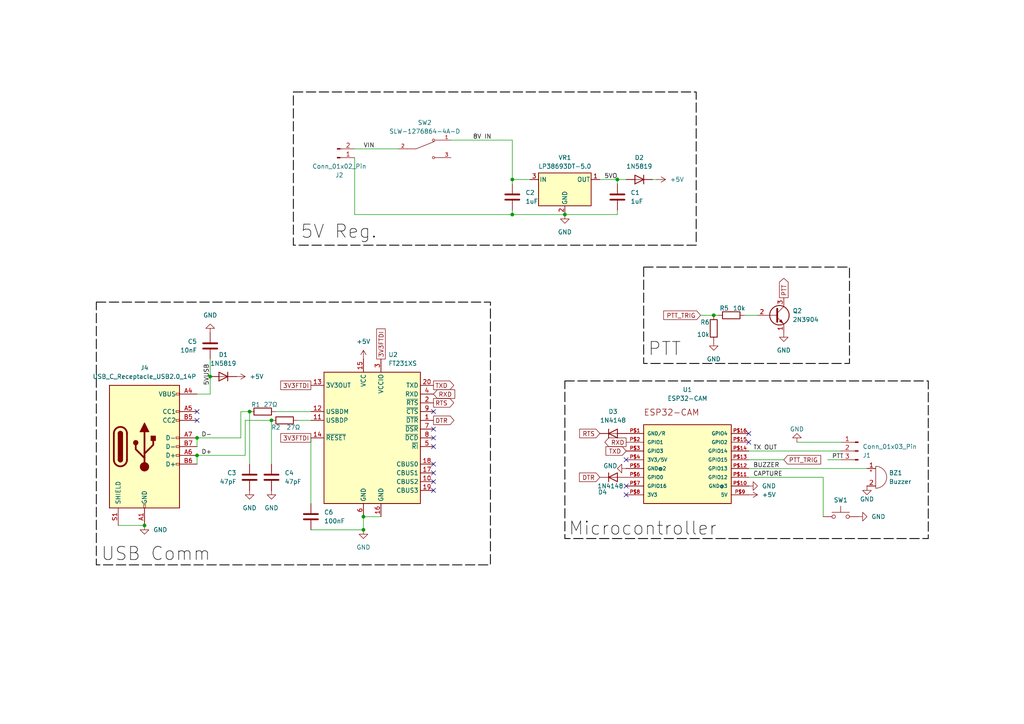
<source format=kicad_sch>
(kicad_sch (version 20250114) (generator "eeschema") (generator_version "9.0")
  (paper "A4")
  (title_block (title "SSTV Backpack") (date "2025-08-29") (rev "1.1"))
  (lib_symbols
    (symbol "Connector:Conn_01x02_Pin" (pin_names (offset 1.016) (hide yes))
      (property "Reference" "J" (at 0 2.54 0))
      (property "Value" "Conn_01x02_Pin" (at 0 -5.08 0))
      (symbol "Conn_01x02_Pin_1_1"
        (rectangle (start 0.8636 0.127) (end 0 -0.127) (stroke (width 0.1524)) (fill (type outline)))
        (rectangle (start 0.8636 -2.413) (end 0 -2.667) (stroke (width 0.1524)) (fill (type outline)))
        (polyline (pts (xy 1.27 0) (xy 0.8636 0)) (stroke (width 0.1524)))
        (polyline (pts (xy 1.27 -2.54) (xy 0.8636 -2.54)) (stroke (width 0.1524)))
        (pin passive line (at 5.08 0 180) (length 3.81) (name "Pin_1") (number "1"))
        (pin passive line (at 5.08 -2.54 180) (length 3.81) (name "Pin_2") (number "2"))
      )
    )
    (symbol "Connector:Conn_01x03_Pin" (pin_names (offset 1.016) (hide yes))
      (property "Reference" "J" (at 0 5.08 0))
      (property "Value" "Conn_01x03_Pin" (at 0 -5.08 0))
      (symbol "Conn_01x03_Pin_1_1"
        (rectangle (start 0.8636 2.667) (end 0 2.413) (stroke (width 0.1524)) (fill (type outline)))
        (rectangle (start 0.8636 0.127) (end 0 -0.127) (stroke (width 0.1524)) (fill (type outline)))
        (rectangle (start 0.8636 -2.413) (end 0 -2.667) (stroke (width 0.1524)) (fill (type outline)))
        (polyline (pts (xy 1.27 2.54) (xy 0.8636 2.54)) (stroke (width 0.1524)))
        (polyline (pts (xy 1.27 0) (xy 0.8636 0)) (stroke (width 0.1524)))
        (polyline (pts (xy 1.27 -2.54) (xy 0.8636 -2.54)) (stroke (width 0.1524)))
        (pin passive line (at 5.08 2.54 180) (length 3.81) (name "Pin_1") (number "1"))
        (pin passive line (at 5.08 0 180) (length 3.81) (name "Pin_2") (number "2"))
        (pin passive line (at 5.08 -2.54 180) (length 3.81) (name "Pin_3") (number "3"))
      )
    )
    (symbol "Connector:USB_C_Receptacle_USB2.0_14P" (pin_names (offset 1.016))
      (property "Reference" "J" (at 0 22.225 0))
      (property "Value" "USB_C_Receptacle_USB2.0_14P" (at 0 19.685 0))
      (symbol "USB_C_Receptacle_USB2.0_14P_0_0"
        (rectangle (start -0.254 -17.78) (end 0.254 -16.764))
        (rectangle (start 10.16 15.494) (end 9.144 14.986))
        (rectangle (start 10.16 10.414) (end 9.144 9.906))
        (rectangle (start 10.16 7.874) (end 9.144 7.366))
        (rectangle (start 10.16 2.794) (end 9.144 2.286))
        (rectangle (start 10.16 0.254) (end 9.144 -0.254))
        (rectangle (start 10.16 -2.286) (end 9.144 -2.794))
        (rectangle (start 10.16 -4.826) (end 9.144 -5.334))
      )
      (symbol "USB_C_Receptacle_USB2.0_14P_0_1"
        (rectangle (start -10.16 17.78) (end 10.16 -17.78) (stroke (width 0.254)) (fill (type background)))
        (polyline (pts (xy -8.89 -3.81) (xy -8.89 3.81)) (stroke (width 0.508)))
        (rectangle (start -7.62 -3.81) (end -6.35 3.81) (stroke (width 0.254)) (fill (type outline)))
        (arc (start -7.62 3.81) (mid -6.985 4.4423) (end -6.35 3.81) (stroke (width 0.254)))
        (arc (start -7.62 3.81) (mid -6.985 4.4423) (end -6.35 3.81) (stroke (width 0.254)) (fill (type outline)))
        (arc (start -8.89 3.81) (mid -6.985 5.7067) (end -5.08 3.81) (stroke (width 0.508)))
        (arc (start -5.08 -3.81) (mid -6.985 -5.7067) (end -8.89 -3.81) (stroke (width 0.508)))
        (arc (start -6.35 -3.81) (mid -6.985 -4.4423) (end -7.62 -3.81) (stroke (width 0.254)))
        (arc (start -6.35 -3.81) (mid -6.985 -4.4423) (end -7.62 -3.81) (stroke (width 0.254)) (fill (type outline)))
        (polyline (pts (xy -5.08 3.81) (xy -5.08 -3.81)) (stroke (width 0.508)))
        (circle (center -2.54 1.143) (radius 0.635) (stroke (width 0.254)) (fill (type outline)))
        (polyline (pts (xy -1.27 4.318) (xy 0 6.858) (xy 1.27 4.318) (xy -1.27 4.318)) (stroke (width 0.254)) (fill (type outline)))
        (polyline (pts (xy 0 -2.032) (xy 2.54 0.508) (xy 2.54 1.778)) (stroke (width 0.508)))
        (polyline (pts (xy 0 -3.302) (xy -2.54 -0.762) (xy -2.54 0.508)) (stroke (width 0.508)))
        (polyline (pts (xy 0 -5.842) (xy 0 4.318)) (stroke (width 0.508)))
        (circle (center 0 -5.842) (radius 1.27) (fill (type outline)))
        (rectangle (start 1.905 1.778) (end 3.175 3.048) (stroke (width 0.254)) (fill (type outline)))
      )
      (symbol "USB_C_Receptacle_USB2.0_14P_1_1"
        (pin passive line (at -7.62 -22.86 90) (length 5.08) (name "SHIELD") (number "S1"))
        (pin passive line (at 0 -22.86 90) (length 5.08) (name "GND") (number "A1"))
        (pin passive line (at 0 -22.86 90) (length 5.08) (hide yes) (name "GND") (number "A12"))
        (pin passive line (at 0 -22.86 90) (length 5.08) (hide yes) (name "GND") (number "B1"))
        (pin passive line (at 0 -22.86 90) (length 5.08) (hide yes) (name "GND") (number "B12"))
        (pin passive line (at 15.24 15.24 180) (length 5.08) (name "VBUS") (number "A4"))
        (pin passive line (at 15.24 15.24 180) (length 5.08) (hide yes) (name "VBUS") (number "A9"))
        (pin passive line (at 15.24 15.24 180) (length 5.08) (hide yes) (name "VBUS") (number "B4"))
        (pin passive line (at 15.24 15.24 180) (length 5.08) (hide yes) (name "VBUS") (number "B9"))
        (pin bidirectional line (at 15.24 10.16 180) (length 5.08) (name "CC1") (number "A5"))
        (pin bidirectional line (at 15.24 7.62 180) (length 5.08) (name "CC2") (number "B5"))
        (pin bidirectional line (at 15.24 2.54 180) (length 5.08) (name "D-") (number "A7"))
        (pin bidirectional line (at 15.24 0 180) (length 5.08) (name "D-") (number "B7"))
        (pin bidirectional line (at 15.24 -2.54 180) (length 5.08) (name "D+") (number "A6"))
        (pin bidirectional line (at 15.24 -5.08 180) (length 5.08) (name "D+") (number "B6"))
      )
    )
    (symbol "Device:Buzzer" (pin_names (offset 0.0254) (hide yes))
      (property "Reference" "BZ" (at 3.81 1.27 0))
      (property "Value" "Buzzer" (at 3.81 -1.27 0))
      (symbol "Buzzer_0_1"
        (polyline (pts (xy -1.651 1.905) (xy -1.143 1.905)))
        (polyline (pts (xy -1.397 2.159) (xy -1.397 1.651)))
        (arc (start 0 3.175) (mid 3.1612 0) (end 0 -3.175))
        (polyline (pts (xy 0 3.175) (xy 0 -3.175)))
      )
      (symbol "Buzzer_1_1"
        (pin passive line (at -2.54 2.54 0) (length 2.54) (name "+") (number "1"))
        (pin passive line (at -2.54 -2.54 0) (length 2.54) (name "-") (number "2"))
      )
    )
    (symbol "Device:C" (pin_numbers (hide yes)) (pin_names (offset 0.254))
      (property "Reference" "C" (at 0.635 2.54 0))
      (property "Value" "C" (at 0.635 -2.54 0))
      (symbol "C_0_1"
        (polyline (pts (xy -2.032 0.762) (xy 2.032 0.762)) (stroke (width 0.508)))
        (polyline (pts (xy -2.032 -0.762) (xy 2.032 -0.762)) (stroke (width 0.508)))
      )
      (symbol "C_1_1"
        (pin passive line (at 0 3.81 270) (length 2.794) (name "~") (number "1"))
        (pin passive line (at 0 -3.81 90) (length 2.794) (name "~") (number "2"))
      )
    )
    (symbol "Device:D" (pin_numbers (hide yes)) (pin_names (offset 1.016) (hide yes))
      (property "Reference" "D" (at 0 2.54 0))
      (property "Value" "D" (at 0 -2.54 0))
      (symbol "D_0_1"
        (polyline (pts (xy -1.27 1.27) (xy -1.27 -1.27)) (stroke (width 0.254)))
        (polyline (pts (xy 1.27 1.27) (xy 1.27 -1.27) (xy -1.27 0) (xy 1.27 1.27)) (stroke (width 0.254)))
        (polyline (pts (xy 1.27 0) (xy -1.27 0)))
      )
      (symbol "D_1_1"
        (pin passive line (at -3.81 0 0) (length 2.54) (name "K") (number "1"))
        (pin passive line (at 3.81 0 180) (length 2.54) (name "A") (number "2"))
      )
    )
    (symbol "Device:R" (pin_numbers (hide yes)) (pin_names (offset 0))
      (property "Reference" "R" (at 2.032 0 90))
      (property "Value" "R" (at 0 0 90))
      (symbol "R_0_1"
        (rectangle (start -1.016 -2.54) (end 1.016 2.54) (stroke (width 0.254)))
      )
      (symbol "R_1_1"
        (pin passive line (at 0 3.81 270) (length 1.27) (name "~") (number "1"))
        (pin passive line (at 0 -3.81 90) (length 1.27) (name "~") (number "2"))
      )
    )
    (symbol "ESP32-CAM:ESP32-CAM" (pin_names (offset 1.016))
      (property "Reference" "U1" (at 0 22.86 0))
      (property "Value" "ESP32-CAM" (at 0 20.32 0))
      (symbol "ESP32-CAM_0_0"
        (rectangle (start -12.7 -10.16) (end 12.7 12.7) (stroke (width 0.254)) (fill (type background)))
        (text "ESP32-CAM" (at -12.7 15.24 0) (effects (font (size 1.778 1.778)) (justify left bottom)))
        (pin bidirectional line (at -17.78 7.62 0) (length 5.08) (name "GPIO1") (number "P$2"))
        (pin bidirectional line (at -17.78 5.08 0) (length 5.08) (name "GPIO3") (number "P$3"))
        (pin bidirectional line (at -17.78 2.54 0) (length 5.08) (name "3V3/5V") (number "P$4"))
        (pin bidirectional line (at -17.78 0 0) (length 5.08) (name "GND@2") (number "P$5"))
        (pin bidirectional line (at -17.78 -2.54 0) (length 5.08) (name "GPIO0") (number "P$6"))
        (pin bidirectional line (at -17.78 -5.08 0) (length 5.08) (name "GPIO16") (number "P$7"))
        (pin bidirectional line (at -17.78 -7.62 0) (length 5.08) (name "3V3") (number "P$8"))
        (pin bidirectional line (at 17.78 10.16 180) (length 5.08) (name "GPIO4") (number "P$16"))
        (pin bidirectional line (at 17.78 7.62 180) (length 5.08) (name "GPIO2") (number "P$15"))
        (pin bidirectional line (at 17.78 5.08 180) (length 5.08) (name "GPIO14") (number "P$14"))
        (pin bidirectional line (at 17.78 2.54 180) (length 5.08) (name "GPIO15") (number "P$13"))
        (pin bidirectional line (at 17.78 0 180) (length 5.08) (name "GPIO13") (number "P$12"))
        (pin bidirectional line (at 17.78 -2.54 180) (length 5.08) (name "GPIO12") (number "P$11"))
        (pin bidirectional line (at 17.78 -5.08 180) (length 5.08) (name "GND@3") (number "P$10"))
        (pin bidirectional line (at 17.78 -7.62 180) (length 5.08) (name "5V") (number "P$9"))
      )
      (symbol "ESP32-CAM_1_0"
        (pin bidirectional line (at -17.78 10.16 0) (length 5.08) (name "GND/R") (number "P$1"))
      )
    )
    (symbol "Interface_USB:FT231XS"
      (property "Reference" "U" (at -13.97 20.32 0))
      (property "Value" "FT231XS" (at 7.62 20.32 0))
      (symbol "FT231XS_0_1"
        (rectangle (start -13.97 19.05) (end 13.97 -19.05) (stroke (width 0.254)) (fill (type background)))
      )
      (symbol "FT231XS_1_1"
        (pin power_out line (at -17.78 15.24 0) (length 3.81) (name "3V3OUT") (number "13"))
        (pin bidirectional line (at -17.78 7.62 0) (length 3.81) (name "USBDM") (number "12"))
        (pin bidirectional line (at -17.78 5.08 0) (length 3.81) (name "USBDP") (number "11"))
        (pin input line (at -17.78 0 0) (length 3.81) (name "~{RESET}") (number "14"))
        (pin power_in line (at -2.54 22.86 270) (length 3.81) (name "VCC") (number "15"))
        (pin power_in line (at -2.54 -22.86 90) (length 3.81) (name "GND") (number "6"))
        (pin power_in line (at 2.54 22.86 270) (length 3.81) (name "VCCIO") (number "3"))
        (pin power_in line (at 2.54 -22.86 90) (length 3.81) (name "GND") (number "16"))
        (pin output line (at 17.78 15.24 180) (length 3.81) (name "TXD") (number "20"))
        (pin input line (at 17.78 12.7 180) (length 3.81) (name "RXD") (number "4"))
        (pin output line (at 17.78 10.16 180) (length 3.81) (name "~{RTS}") (number "2"))
        (pin input line (at 17.78 7.62 180) (length 3.81) (name "~{CTS}") (number "9"))
        (pin output line (at 17.78 5.08 180) (length 3.81) (name "~{DTR}") (number "1"))
        (pin input line (at 17.78 2.54 180) (length 3.81) (name "~{DSR}") (number "7"))
        (pin input line (at 17.78 0 180) (length 3.81) (name "~{DCD}") (number "8"))
        (pin input line (at 17.78 -2.54 180) (length 3.81) (name "~{RI}") (number "5"))
        (pin bidirectional line (at 17.78 -7.62 180) (length 3.81) (name "CBUS0") (number "18"))
        (pin bidirectional line (at 17.78 -10.16 180) (length 3.81) (name "CBUS1") (number "17"))
        (pin bidirectional line (at 17.78 -12.7 180) (length 3.81) (name "CBUS2") (number "10"))
        (pin bidirectional line (at 17.78 -15.24 180) (length 3.81) (name "CBUS3") (number "19"))
      )
    )
    (symbol "Regulator_Linear:LP38693DT-5.0" (pin_names (offset 0.254))
      (property "Reference" "U" (at -6.35 5.715 0))
      (property "Value" "LP38693DT-5.0" (at 0 5.715 0))
      (symbol "LP38693DT-5.0_0_1"
        (rectangle (start -7.62 -5.08) (end 7.62 4.445) (stroke (width 0.254)) (fill (type background)))
      )
      (symbol "LP38693DT-5.0_1_1"
        (pin power_in line (at -10.16 2.54 0) (length 2.54) (name "IN") (number "3"))
        (pin power_in line (at 0 -7.62 90) (length 2.54) (name "GND") (number "2"))
        (pin power_out line (at 10.16 2.54 180) (length 2.54) (name "OUT") (number "1"))
      )
    )
    (symbol "Switch:SW_Push" (pin_numbers (hide yes)) (pin_names (offset 1.016) (hide yes))
      (property "Reference" "SW" (at 1.27 2.54 0))
      (property "Value" "SW_Push" (at 0 -1.524 0))
      (symbol "SW_Push_0_1"
        (circle (center -2.032 0) (radius 0.508))
        (polyline (pts (xy 0 1.27) (xy 0 3.048)))
        (circle (center 2.032 0) (radius 0.508))
        (polyline (pts (xy 2.54 1.27) (xy -2.54 1.27)))
        (pin passive line (at -5.08 0 0) (length 2.54) (name "1") (number "1"))
        (pin passive line (at 5.08 0 180) (length 2.54) (name "2") (number "2"))
      )
    )
    (symbol "SwitchSPDT:SLW-1276864-4A-D" (pin_names (offset 1.016))
      (property "Reference" "S" (at -2.54 5.08 0))
      (property "Value" "SLW-1276864-4A-D" (at -2.54 -5.08 0))
      (symbol "SLW-1276864-4A-D_0_0"
        (polyline (pts (xy -2.54 0) (xy -5.08 0)) (stroke (width 0.1524)))
        (polyline (pts (xy -2.54 0) (xy 2.794 2.1336)) (stroke (width 0.1524)))
        (circle (center 2.54 2.54) (radius 0.3302) (stroke (width 0.1524)))
        (circle (center 2.54 -2.54) (radius 0.3302) (stroke (width 0.1524)))
        (polyline (pts (xy 5.08 2.54) (xy 2.921 2.54)) (stroke (width 0.1524)))
        (polyline (pts (xy 5.08 -2.54) (xy 2.921 -2.54)) (stroke (width 0.1524)))
        (pin passive line (at -7.62 0 0) (length 2.54) (name "~") (number "2"))
        (pin passive line (at 7.62 2.54 180) (length 2.54) (name "~") (number "1"))
        (pin passive line (at 7.62 -2.54 180) (length 2.54) (name "~") (number "3"))
      )
    )
    (symbol "Transistor_BJT:2N3904" (pin_names (offset 0) (hide yes))
      (property "Reference" "Q" (at 5.08 1.905 0))
      (property "Value" "2N3904" (at 5.08 0 0))
      (symbol "2N3904_0_1"
        (polyline (pts (xy -2.54 0) (xy 0.635 0)))
        (polyline (pts (xy 0.635 1.905) (xy 0.635 -1.905)) (stroke (width 0.508)))
        (circle (center 1.27 0) (radius 2.8194) (stroke (width 0.254)))
      )
      (symbol "2N3904_1_1"
        (polyline (pts (xy 0.635 0.635) (xy 2.54 2.54)))
        (polyline (pts (xy 0.635 -0.635) (xy 2.54 -2.54)))
        (polyline (pts (xy 1.27 -1.778) (xy 1.778 -1.27) (xy 2.286 -2.286) (xy 1.27 -1.778)) (fill (type outline)))
        (pin input line (at -5.08 0 0) (length 2.54) (name "B") (number "2"))
        (pin passive line (at 2.54 5.08 270) (length 2.54) (name "C") (number "3"))
        (pin passive line (at 2.54 -5.08 90) (length 2.54) (name "E") (number "1"))
      )
    )
    (symbol "power:+5V" (power) (pin_numbers (hide yes)) (pin_names (offset 0) (hide yes))
      (property "Value" "+5V" (at 0 3.556 0))
      (symbol "+5V_0_1"
        (polyline (pts (xy -0.762 1.27) (xy 0 2.54)))
        (polyline (pts (xy 0 2.54) (xy 0.762 1.27)))
        (polyline (pts (xy 0 0) (xy 0 2.54)))
      )
      (symbol "+5V_1_1"
        (pin power_in line (at 0 0 90) (length 0) (name "~") (number "1"))
      )
    )
    (symbol "power:GND" (power) (pin_numbers (hide yes)) (pin_names (offset 0) (hide yes))
      (property "Value" "GND" (at 0 -3.81 0))
      (symbol "GND_0_1"
        (polyline (pts (xy 0 0) (xy 0 -1.27) (xy 1.27 -1.27) (xy 0 -2.54) (xy -1.27 -1.27) (xy 0 -1.27)))
      )
      (symbol "GND_1_1"
        (pin power_in line (at 0 0 270) (length 0) (name "~") (number "1"))
      )
    )
  )
  (rectangle (start 163.83 110.49) (end 269.24 156.21) (stroke (width 0.25) (type dash) (color 0 0 0 1)))
  (rectangle (start 85.09 26.67) (end 201.93 71.12) (stroke (width 0.25) (type dash) (color 0 0 0 1)))
  (rectangle (start 27.94 87.63) (end 142.24 163.83) (stroke (width 0.25) (type dash) (color 0 0 0 1)))
  (rectangle (start 186.69 77.47) (end 246.38 105.41) (stroke (width 0.25) (type dash) (color 0 0 0 1)))
  (text "5V Reg." (at 98.298 67.31 0) (effects (font (size 3.81 3.81))))
  (text "Microcontroller" (at 186.436 153.416 0) (effects (font (size 3.81 3.81))))
  (text "USB Comm" (at 45.212 160.782 0) (effects (font (size 3.81 3.81))))
  (text "PTT" (at 192.786 101.346 0) (effects (font (size 3.81 3.81))))
  (junction (at 163.83 62.23))
  (junction (at 148.59 62.23))
  (junction (at 78.74 121.92))
  (junction (at 72.39 119.38))
  (junction (at 60.96 109.22))
  (junction (at 207.01 91.44))
  (junction (at 179.07 52.07))
  (junction (at 148.59 52.07))
  (junction (at 57.15 132.08))
  (junction (at 105.41 149.86))
  (junction (at 41.91 152.4))
  (junction (at 105.41 153.67))
  (junction (at 57.15 127))
  (no_connect (at 181.61 140.97))
  (no_connect (at 181.61 133.35))
  (no_connect (at 57.15 119.38))
  (no_connect (at 125.73 134.62))
  (no_connect (at 217.17 128.27))
  (no_connect (at 125.73 127))
  (no_connect (at 125.73 119.38))
  (no_connect (at 181.61 143.51))
  (no_connect (at 125.73 124.46))
  (no_connect (at 57.15 121.92))
  (no_connect (at 217.17 125.73))
  (no_connect (at 125.73 129.54))
  (no_connect (at 125.73 142.24))
  (no_connect (at 125.73 137.16))
  (no_connect (at 125.73 139.7))
  (wire (pts (xy 207.01 91.44) (xy 208.28 91.44)))
  (wire (pts (xy 69.85 119.38) (xy 72.39 119.38)))
  (wire (pts (xy 57.15 127) (xy 69.85 127)))
  (wire (pts (xy 179.07 60.96) (xy 179.07 62.23)))
  (wire (pts (xy 102.87 45.72) (xy 102.87 62.23)))
  (wire (pts (xy 60.96 104.14) (xy 60.96 109.22)))
  (wire (pts (xy 203.2 91.44) (xy 207.01 91.44)))
  (wire (pts (xy 148.59 60.96) (xy 148.59 62.23)))
  (wire (pts (xy 148.59 53.34) (xy 148.59 52.07)))
  (wire (pts (xy 71.12 132.08) (xy 71.12 121.92)))
  (wire (pts (xy 240.03 133.35) (xy 243.84 133.35)))
  (wire (pts (xy 102.87 43.18) (xy 115.57 43.18)))
  (wire (pts (xy 86.36 121.92) (xy 90.17 121.92)))
  (wire (pts (xy 163.83 62.23) (xy 179.07 62.23)))
  (wire (pts (xy 179.07 52.07) (xy 179.07 53.34)))
  (wire (pts (xy 69.85 119.38) (xy 69.85 127)))
  (wire (pts (xy 34.29 152.4) (xy 41.91 152.4)))
  (wire (pts (xy 238.76 138.43) (xy 238.76 149.86)))
  (wire (pts (xy 90.17 146.05) (xy 90.17 127)))
  (wire (pts (xy 148.59 62.23) (xy 163.83 62.23)))
  (wire (pts (xy 57.15 127) (xy 57.15 129.54)))
  (wire (pts (xy 130.81 40.64) (xy 148.59 40.64)))
  (wire (pts (xy 105.41 149.86) (xy 110.49 149.86)))
  (wire (pts (xy 60.96 109.22) (xy 60.96 114.3)))
  (wire (pts (xy 102.87 62.23) (xy 148.59 62.23)))
  (wire (pts (xy 78.74 121.92) (xy 78.74 134.62)))
  (wire (pts (xy 72.39 119.38) (xy 72.39 134.62)))
  (wire (pts (xy 90.17 153.67) (xy 105.41 153.67)))
  (wire (pts (xy 181.61 52.07) (xy 179.07 52.07)))
  (wire (pts (xy 243.84 128.27) (xy 231.14 128.27)))
  (wire (pts (xy 105.41 153.67) (xy 105.41 149.86)))
  (wire (pts (xy 215.9 91.44) (xy 219.71 91.44)))
  (wire (pts (xy 217.17 133.35) (xy 227.33 133.35)))
  (wire (pts (xy 217.17 138.43) (xy 238.76 138.43)))
  (wire (pts (xy 57.15 132.08) (xy 71.12 132.08)))
  (wire (pts (xy 80.01 119.38) (xy 90.17 119.38)))
  (wire (pts (xy 57.15 114.3) (xy 60.96 114.3)))
  (wire (pts (xy 217.17 130.81) (xy 243.84 130.81)))
  (wire (pts (xy 217.17 135.89) (xy 251.46 135.89)))
  (wire (pts (xy 173.99 52.07) (xy 179.07 52.07)))
  (wire (pts (xy 190.5 52.07) (xy 189.23 52.07)))
  (wire (pts (xy 148.59 52.07) (xy 153.67 52.07)))
  (wire (pts (xy 57.15 132.08) (xy 57.15 134.62)))
  (wire (pts (xy 148.59 40.64) (xy 148.59 52.07)))
  (wire (pts (xy 71.12 121.92) (xy 78.74 121.92)))
  (label "VIN" (at 105.41 43.18 0))
  (label "BUZZER" (at 218.44 135.89 0))
  (label "CAPTURE" (at 218.44 138.43 0))
  (label "5VO" (at 175.26 52.07 0))
  (label "PTT" (at 241.3 133.35 0))
  (label "8V IN" (at 137.16 40.64 0))
  (label "D-" (at 58.42 127 0))
  (label "5VUSB" (at 60.96 111.76 90))
  (label "TX OUT" (at 218.44 130.81 0))
  (label "D+" (at 58.42 132.08 0))
  (global_label "TXD" (shape input) (at 181.61 130.81 180) (property "Intersheetrefs" "${INTERSHEET_REFS}" (effects (hide yes))))
  (global_label "RXD" (shape output) (at 181.61 128.27 180) (property "Intersheetrefs" "${INTERSHEET_REFS}" (effects (hide yes))))
  (global_label "RXD" (shape input) (at 125.73 114.3 0) (property "Intersheetrefs" "${INTERSHEET_REFS}" (effects (hide yes))))
  (global_label "3V3FTDI" (shape passive) (at 110.49 104.14 90) (property "Intersheetrefs" "${INTERSHEET_REFS}" (effects (hide yes))))
  (global_label "RTS" (shape input) (at 173.99 125.73 180) (property "Intersheetrefs" "${INTERSHEET_REFS}" (effects (hide yes))))
  (global_label "DTR" (shape output) (at 125.73 121.92 0) (property "Intersheetrefs" "${INTERSHEET_REFS}" (effects (hide yes))))
  (global_label "PTT_TRIG" (shape input) (at 203.2 91.44 180) (property "Intersheetrefs" "${INTERSHEET_REFS}" (effects (hide yes))))
  (global_label "3V3FTDI" (shape passive) (at 90.17 111.76 180) (property "Intersheetrefs" "${INTERSHEET_REFS}" (effects (hide yes))))
  (global_label "TXD" (shape output) (at 125.73 111.76 0) (property "Intersheetrefs" "${INTERSHEET_REFS}" (effects (hide yes))))
  (global_label "RTS" (shape output) (at 125.73 116.84 0) (property "Intersheetrefs" "${INTERSHEET_REFS}" (effects (hide yes))))
  (global_label "DTR" (shape input) (at 173.99 138.43 180) (property "Intersheetrefs" "${INTERSHEET_REFS}" (effects (hide yes))))
  (global_label "PTT" (shape output) (at 227.33 86.36 90) (property "Intersheetrefs" "${INTERSHEET_REFS}" (effects (hide yes))))
  (global_label "PTT_TRIG" (shape input) (at 227.33 133.35 0) (property "Intersheetrefs" "${INTERSHEET_REFS}" (effects (hide yes))))
  (global_label "3V3FTDI" (shape passive) (at 90.17 127 180) (property "Intersheetrefs" "${INTERSHEET_REFS}" (effects (hide yes))))
  (symbol (lib_id "power:GND") (at 227.33 96.52 0) (unit 1)
    (property "Reference" "#PWR07" (effects (hide yes)))
    (property "Value" "GND" (at 227.33 101.6 0))
    (property "Description" "Power symbol creates a global label with name \"GND\" , ground" (effects (hide yes)))
  )
  (symbol (lib_id "Device:C") (at 90.17 149.86 0) (unit 1)
    (property "Reference" "C6" (at 93.98 148.5899 0) (effects (justify left)))
    (property "Value" "100nF" (at 93.98 151.1299 0) (effects (justify left)))
    (property "Footprint" "Capacitor_THT:C_Disc_D4.7mm_W2.5mm_P5.00mm" (effects (hide yes)))
    (property "Description" "Unpolarized capacitor" (effects (hide yes)))
  )
  (symbol (lib_id "Device:C") (at 78.74 138.43 0) (unit 1)
    (property "Reference" "C4" (at 82.55 137.1599 0) (effects (justify left)))
    (property "Value" "47pF" (at 82.55 139.6999 0) (effects (justify left)))
    (property "Footprint" "Capacitor_THT:C_Disc_D4.7mm_W2.5mm_P5.00mm" (effects (hide yes)))
    (property "Description" "Unpolarized capacitor" (effects (hide yes)))
  )
  (symbol (lib_id "power:+5V") (at 217.17 143.51 270) (unit 1)
    (property "Reference" "#PWR03" (effects (hide yes)))
    (property "Value" "+5V" (at 220.98 143.5099 90) (effects (justify left)))
    (property "Description" "Power symbol creates a global label with name \"+5V\"" (effects (hide yes)))
  )
  (symbol (lib_id "SwitchSPDT:SLW-1276864-4A-D") (at 123.19 43.18 0) (unit 1)
    (property "Reference" "SW2" (at 123.19 35.56 0))
    (property "Value" "SLW-1276864-4A-D" (at 123.19 38.1 0))
    (property "Footprint" "SwitchSPDT:SW_SLW-1276864-4A-D" (effects (hide yes)))
    (property "PARTREV" "1.01" (effects (hide yes)))
    (property "STANDARD" "Manufacturer Recommendations" (effects (hide yes)))
    (property "MAXIMUM_PACKAGE_HEIGHT" "10.6mm" (effects (hide yes)))
    (property "MANUFACTURER" "Same Sky" (effects (hide yes)))
  )
  (symbol (lib_id "Regulator_Linear:LP38693DT-5.0") (at 163.83 54.61 0) (unit 1)
    (property "Reference" "VR1" (at 163.83 45.72 0))
    (property "Value" "LP38693DT-5.0" (at 163.83 48.26 0))
    (property "Footprint" "Package_TO_SOT_SMD:TO-252-2" (effects (hide yes)))
    (property "Datasheet" "https://www.ti.com/lit/ds/symlink/lp38693.pdf" (effects (hide yes)))
    (property "Description" "500-mA Low-Dropout CMOS Linear Regulators Stable With Ceramic Output Capacitors, 5.0V output voltage, TO-252" (effects (hide yes)))
  )
  (symbol (lib_id "Device:R") (at 82.55 121.92 90) (unit 1)
    (property "Reference" "R2" (at 80.01 123.952 90))
    (property "Value" "27Ω" (at 85.09 123.952 90))
    (property "Footprint" "Resistor_THT:R_Axial_DIN0207_L6.3mm_D2.5mm_P7.62mm_Horizontal" (effects (hide yes)))
    (property "Description" "Resistor" (effects (hide yes)))
  )
  (symbol (lib_id "power:GND") (at 72.39 142.24 0) (unit 1)
    (property "Reference" "#PWR017" (effects (hide yes)))
    (property "Value" "GND" (at 72.39 147.32 0))
    (property "Description" "Power symbol creates a global label with name \"GND\" , ground" (effects (hide yes)))
  )
  (symbol (lib_id "Device:R") (at 207.01 95.25 180) (unit 1)
    (property "Reference" "R6" (at 204.47 93.472 0))
    (property "Value" "10k" (at 203.962 97.028 0))
    (property "Footprint" "Resistor_THT:R_Axial_DIN0207_L6.3mm_D2.5mm_P7.62mm_Horizontal" (effects (hide yes)))
    (property "Description" "Resistor" (effects (hide yes)))
  )
  (symbol (lib_id "Device:C") (at 72.39 138.43 0) (mirror y) (unit 1)
    (property "Reference" "C3" (at 68.58 137.1599 0) (effects (justify left)))
    (property "Value" "47pF" (at 68.58 139.6999 0) (effects (justify left)))
    (property "Footprint" "Capacitor_THT:C_Disc_D4.7mm_W2.5mm_P5.00mm" (effects (hide yes)))
    (property "Description" "Unpolarized capacitor" (effects (hide yes)))
  )
  (symbol (lib_id "Interface_USB:FT231XS") (at 107.95 127 0) (unit 1)
    (property "Reference" "U2" (at 112.6333 102.87 0) (effects (justify left)))
    (property "Value" "FT231XS" (at 112.6333 105.41 0) (effects (justify left)))
    (property "Footprint" "Package_SO:SSOP-20_3.9x8.7mm_P0.635mm" (effects (hide yes)))
    (property "Datasheet" "https://www.ftdichip.com/Support/Documents/DataSheets/ICs/DS_FT231X.pdf" (effects (hide yes)))
    (property "Description" "Full Speed USB to Full Handshake UART, SSOP-20" (effects (hide yes)))
  )
  (symbol (lib_id "Connector:Conn_01x02_Pin") (at 97.79 45.72 0) (mirror x) (unit 1)
    (property "Reference" "J2" (at 98.425 50.8 0))
    (property "Value" "Conn_01x02_Pin" (at 98.425 48.26 0))
    (property "Footprint" "Connector_PinHeader_2.54mm:PinHeader_1x02_P2.54mm_Vertical" (effects (hide yes)))
    (property "Description" "Generic connector, single row, 01x02, script generated" (effects (hide yes)))
  )
  (symbol (lib_id "power:GND") (at 60.96 96.52 180) (unit 1)
    (property "Reference" "#PWR019" (effects (hide yes)))
    (property "Value" "GND" (at 60.96 91.44 0))
    (property "Description" "Power symbol creates a global label with name \"GND\" , ground" (effects (hide yes)))
  )
  (symbol (lib_id "ESP32-CAM:ESP32-CAM") (at 199.39 135.89 0) (unit 1)
    (property "Reference" "U1" (at 199.39 113.03 0))
    (property "Value" "ESP32-CAM" (at 199.39 115.57 0))
    (property "Footprint" "ESP32-CAM:ESP32-CAM" (effects (hide yes)))
    (property "MF" "AI-Thinker" (effects (hide yes)))
    (property "Description_1" "ESP32 ESP32 Transceiver; 802.11 a/b/g/n (Wi-Fi, WiFi, WLAN), Bluetooth® Smart 4.x Low Energy (BLE) Evaluation Board" (effects (hide yes)))
    (property "Package" "None" (effects (hide yes)))
    (property "Price" "None" (effects (hide yes)))
    (property "SnapEDA_Link" "https://www.snapeda.com/parts/ESP32-CAM/AI-Thinker/view-part/?ref=snap" (effects (hide yes)))
    (property "MP" "ESP32-CAM" (effects (hide yes)))
    (property "Availability" "Not in stock" (effects (hide yes)))
    (property "Check_prices" "https://www.snapeda.com/parts/ESP32-CAM/AI-Thinker/view-part/?ref=eda" (effects (hide yes)))
  )
  (symbol (lib_id "Device:D") (at 185.42 52.07 180) (unit 1)
    (property "Reference" "D2" (at 185.42 45.72 0))
    (property "Value" "1N5819" (at 185.42 48.26 0))
    (property "Footprint" "Diode_THT:D_DO-41_SOD81_P7.62mm_Horizontal" (effects (hide yes)))
    (property "Description" "Diode" (effects (hide yes)))
    (property "Sim.Device" "D" (effects (hide yes)))
    (property "Sim.Pins" "1=K 2=A" (effects (hide yes)))
  )
  (symbol (lib_id "Device:R") (at 212.09 91.44 90) (unit 1)
    (property "Reference" "R5" (at 210.058 89.408 90))
    (property "Value" "10k" (at 214.376 89.408 90))
    (property "Footprint" "Resistor_THT:R_Axial_DIN0207_L6.3mm_D2.5mm_P7.62mm_Horizontal" (effects (hide yes)))
    (property "Description" "Resistor" (effects (hide yes)))
  )
  (symbol (lib_id "power:GND") (at 181.61 135.89 270) (unit 1)
    (property "Reference" "#PWR06" (effects (hide yes)))
    (property "Value" "GND" (at 179.07 135.128 90) (effects (justify right)))
    (property "Description" "Power symbol creates a global label with name \"GND\" , ground" (effects (hide yes)))
  )
  (symbol (lib_id "power:GND") (at 163.83 62.23 0) (unit 1)
    (property "Reference" "#PWR01" (effects (hide yes)))
    (property "Value" "GND" (at 163.83 67.31 0))
    (property "Description" "Power symbol creates a global label with name \"GND\" , ground" (effects (hide yes)))
  )
  (symbol (lib_id "power:GND") (at 78.74 142.24 0) (unit 1)
    (property "Reference" "#PWR018" (effects (hide yes)))
    (property "Value" "GND" (at 78.74 147.32 0))
    (property "Description" "Power symbol creates a global label with name \"GND\" , ground" (effects (hide yes)))
  )
  (symbol (lib_id "Device:C") (at 60.96 100.33 0) (mirror y) (unit 1)
    (property "Reference" "C5" (at 57.15 99.0599 0) (effects (justify left)))
    (property "Value" "10nF" (at 57.15 101.5999 0) (effects (justify left)))
    (property "Footprint" "Capacitor_THT:C_Disc_D4.7mm_W2.5mm_P5.00mm" (effects (hide yes)))
    (property "Description" "Unpolarized capacitor" (effects (hide yes)))
  )
  (symbol (lib_id "power:GND") (at 217.17 140.97 90) (unit 1)
    (property "Reference" "#PWR05" (effects (hide yes)))
    (property "Value" "GND" (at 220.98 140.9699 90) (effects (justify right)))
    (property "Description" "Power symbol creates a global label with name \"GND\" , ground" (effects (hide yes)))
  )
  (symbol (lib_id "power:GND") (at 207.01 99.06 0) (unit 1)
    (property "Reference" "#PWR08" (effects (hide yes)))
    (property "Value" "GND" (at 207.01 104.14 0))
    (property "Description" "Power symbol creates a global label with name \"GND\" , ground" (effects (hide yes)))
  )
  (symbol (lib_id "Connector:USB_C_Receptacle_USB2.0_14P") (at 41.91 129.54 0) (unit 1)
    (property "Reference" "J4" (at 41.91 106.68 0))
    (property "Value" "USB_C_Receptacle_USB2.0_14P" (at 41.91 109.22 0))
    (property "Footprint" "Connector_USB:USB_C_Receptacle_GCT_USB4085" (effects (hide yes)))
    (property "Datasheet" "https://www.usb.org/sites/default/files/documents/usb_type-c.zip" (effects (hide yes)))
    (property "Description" "USB 2.0-only 14P Type-C Receptacle connector" (effects (hide yes)))
  )
  (symbol (lib_id "Device:D") (at 64.77 109.22 180) (unit 1)
    (property "Reference" "D1" (at 64.77 102.87 0))
    (property "Value" "1N5819" (at 64.77 105.41 0))
    (property "Footprint" "Diode_THT:D_DO-41_SOD81_P7.62mm_Horizontal" (effects (hide yes)))
    (property "Description" "Diode" (effects (hide yes)))
    (property "Sim.Device" "D" (effects (hide yes)))
    (property "Sim.Pins" "1=K 2=A" (effects (hide yes)))
  )
  (symbol (lib_id "power:GND") (at 251.46 140.97 0) (unit 1)
    (property "Reference" "#PWR010" (effects (hide yes)))
    (property "Value" "GND" (at 251.46 144.78 0))
    (property "Description" "Power symbol creates a global label with name \"GND\" , ground" (effects (hide yes)))
  )
  (symbol (lib_id "power:+5V") (at 105.41 104.14 0) (unit 1)
    (property "Reference" "#PWR014" (effects (hide yes)))
    (property "Value" "+5V" (at 105.41 99.06 0))
    (property "Description" "Power symbol creates a global label with name \"+5V\"" (effects (hide yes)))
  )
  (symbol (lib_id "Device:R") (at 76.2 119.38 90) (unit 1)
    (property "Reference" "R1" (at 74.168 117.348 90))
    (property "Value" "27Ω" (at 78.486 117.348 90))
    (property "Footprint" "Resistor_THT:R_Axial_DIN0207_L6.3mm_D2.5mm_P7.62mm_Horizontal" (effects (hide yes)))
    (property "Description" "Resistor" (effects (hide yes)))
  )
  (symbol (lib_id "Device:Buzzer") (at 254 138.43 0) (unit 1)
    (property "Reference" "BZ1" (at 257.81 137.1599 0) (effects (justify left)))
    (property "Value" "Buzzer" (at 257.81 139.6999 0) (effects (justify left)))
    (property "Footprint" "Buzzer_Beeper:Buzzer_TDK_PS1240P02BT_D12.2mm_H6.5mm" (effects (hide yes)))
    (property "Description" "Buzzer, polarized" (effects (hide yes)))
  )
  (symbol (lib_id "power:+5V") (at 68.58 109.22 270) (unit 1)
    (property "Reference" "#PWR015" (effects (hide yes)))
    (property "Value" "+5V" (at 72.39 109.2199 90) (effects (justify left)))
    (property "Description" "Power symbol creates a global label with name \"+5V\"" (effects (hide yes)))
  )
  (symbol (lib_id "power:+5V") (at 190.5 52.07 270) (unit 1)
    (property "Reference" "#PWR02" (effects (hide yes)))
    (property "Value" "+5V" (at 194.31 52.0699 90) (effects (justify left)))
    (property "Description" "Power symbol creates a global label with name \"+5V\"" (effects (hide yes)))
  )
  (symbol (lib_id "Connector:Conn_01x03_Pin") (at 248.92 130.81 0) (mirror y) (unit 1)
    (property "Reference" "J1" (at 250.19 132.0801 0) (effects (justify right)))
    (property "Value" "Conn_01x03_Pin" (at 250.19 129.5401 0) (effects (justify right)))
    (property "Footprint" "Connector_PinHeader_2.54mm:PinHeader_1x03_P2.54mm_Vertical" (effects (hide yes)))
    (property "Description" "Generic connector, single row, 01x03, script generated" (effects (hide yes)))
  )
  (symbol (lib_id "power:GND") (at 248.92 149.86 90) (unit 1)
    (property "Reference" "#PWR04" (effects (hide yes)))
    (property "Value" "GND" (at 252.73 149.8599 90) (effects (justify right)))
    (property "Description" "Power symbol creates a global label with name \"GND\" , ground" (effects (hide yes)))
  )
  (symbol (lib_id "Device:D") (at 177.8 125.73 0) (unit 1)
    (property "Reference" "D3" (at 177.8 119.38 0))
    (property "Value" "1N4148" (at 177.8 121.92 0))
    (property "Footprint" "Diode_THT:D_DO-41_SOD81_P7.62mm_Horizontal" (effects (hide yes)))
    (property "Description" "Diode" (effects (hide yes)))
    (property "Sim.Device" "D" (effects (hide yes)))
    (property "Sim.Pins" "1=K 2=A" (effects (hide yes)))
  )
  (symbol (lib_id "power:GND") (at 41.91 152.4 0) (unit 1)
    (property "Reference" "#PWR016" (effects (hide yes)))
    (property "Value" "GND" (at 44.45 153.6699 0) (effects (justify left)))
    (property "Description" "Power symbol creates a global label with name \"GND\" , ground" (effects (hide yes)))
  )
  (symbol (lib_id "Device:C") (at 179.07 57.15 0) (unit 1)
    (property "Reference" "C1" (at 182.88 55.8799 0) (effects (justify left)))
    (property "Value" "1uF" (at 182.88 58.4199 0) (effects (justify left)))
    (property "Footprint" "Capacitor_THT:C_Disc_D3.4mm_W2.1mm_P2.50mm" (effects (hide yes)))
    (property "Description" "Unpolarized capacitor" (effects (hide yes)))
  )
  (symbol (lib_id "Device:C") (at 148.59 57.15 0) (unit 1)
    (property "Reference" "C2" (at 152.4 55.8799 0) (effects (justify left)))
    (property "Value" "1uF" (at 152.4 58.4199 0) (effects (justify left)))
    (property "Footprint" "Capacitor_THT:C_Disc_D3.4mm_W2.1mm_P2.50mm" (effects (hide yes)))
    (property "Description" "Unpolarized capacitor" (effects (hide yes)))
  )
  (symbol (lib_id "Switch:SW_Push") (at 243.84 149.86 0) (unit 1)
    (property "Reference" "SW1" (at 243.84 145.034 0))
    (property "Value" "SW_Push" (effects (hide yes)))
    (property "Description" "Push button switch, generic, two pins" (effects (hide yes)))
  )
  (symbol (lib_id "Transistor_BJT:2N3904") (at 224.79 91.44 0) (unit 1)
    (property "Reference" "Q2" (at 229.87 90.1699 0) (effects (justify left)))
    (property "Value" "2N3904" (at 229.87 92.7099 0) (effects (justify left)))
    (property "Footprint" "Package_TO_SOT_THT:TO-92_Inline" (effects (hide yes)))
    (property "Datasheet" "https://www.onsemi.com/pub/Collateral/2N3903-D.PDF" (effects (hide yes)))
    (property "Description" "0.2A Ic, 40V Vce, Small Signal NPN Transistor, TO-92" (effects (hide yes)))
  )
  (symbol (lib_id "power:GND") (at 105.41 153.67 0) (unit 1)
    (property "Reference" "#PWR013" (effects (hide yes)))
    (property "Value" "GND" (at 105.41 158.75 0))
    (property "Description" "Power symbol creates a global label with name \"GND\" , ground" (effects (hide yes)))
  )
  (symbol (lib_id "Device:D") (at 177.8 138.43 0) (mirror x) (unit 1)
    (property "Reference" "D4" (at 174.752 142.748 0))
    (property "Value" "1N4148" (at 177.038 140.97 0))
    (property "Footprint" "Diode_THT:D_DO-41_SOD81_P7.62mm_Horizontal" (effects (hide yes)))
    (property "Description" "Diode" (effects (hide yes)))
    (property "Sim.Device" "D" (effects (hide yes)))
    (property "Sim.Pins" "1=K 2=A" (effects (hide yes)))
  )
  (symbol (lib_id "power:GND") (at 231.14 128.27 180) (unit 1)
    (property "Reference" "#PWR09" (effects (hide yes)))
    (property "Value" "GND" (at 231.14 124.46 0))
    (property "Description" "Power symbol creates a global label with name \"GND\" , ground" (effects (hide yes)))
  )
)
</source>
